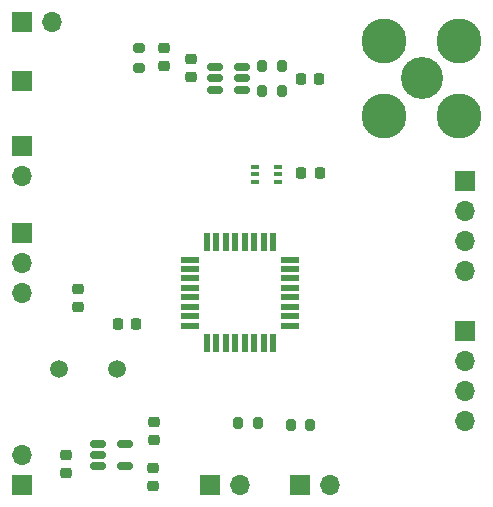
<source format=gbr>
%TF.GenerationSoftware,KiCad,Pcbnew,7.0.8-7.0.8~ubuntu22.04.1*%
%TF.CreationDate,2023-11-09T22:33:03+02:00*%
%TF.ProjectId,elepajaradio,656c6570-616a-4617-9261-64696f2e6b69,rev?*%
%TF.SameCoordinates,Original*%
%TF.FileFunction,Soldermask,Top*%
%TF.FilePolarity,Negative*%
%FSLAX46Y46*%
G04 Gerber Fmt 4.6, Leading zero omitted, Abs format (unit mm)*
G04 Created by KiCad (PCBNEW 7.0.8-7.0.8~ubuntu22.04.1) date 2023-11-09 22:33:03*
%MOMM*%
%LPD*%
G01*
G04 APERTURE LIST*
G04 Aperture macros list*
%AMRoundRect*
0 Rectangle with rounded corners*
0 $1 Rounding radius*
0 $2 $3 $4 $5 $6 $7 $8 $9 X,Y pos of 4 corners*
0 Add a 4 corners polygon primitive as box body*
4,1,4,$2,$3,$4,$5,$6,$7,$8,$9,$2,$3,0*
0 Add four circle primitives for the rounded corners*
1,1,$1+$1,$2,$3*
1,1,$1+$1,$4,$5*
1,1,$1+$1,$6,$7*
1,1,$1+$1,$8,$9*
0 Add four rect primitives between the rounded corners*
20,1,$1+$1,$2,$3,$4,$5,0*
20,1,$1+$1,$4,$5,$6,$7,0*
20,1,$1+$1,$6,$7,$8,$9,0*
20,1,$1+$1,$8,$9,$2,$3,0*%
G04 Aperture macros list end*
%ADD10RoundRect,0.225000X-0.225000X-0.250000X0.225000X-0.250000X0.225000X0.250000X-0.225000X0.250000X0*%
%ADD11RoundRect,0.225000X0.250000X-0.225000X0.250000X0.225000X-0.250000X0.225000X-0.250000X-0.225000X0*%
%ADD12RoundRect,0.200000X-0.200000X-0.275000X0.200000X-0.275000X0.200000X0.275000X-0.200000X0.275000X0*%
%ADD13C,3.556000*%
%ADD14C,3.810000*%
%ADD15RoundRect,0.200000X-0.275000X0.200000X-0.275000X-0.200000X0.275000X-0.200000X0.275000X0.200000X0*%
%ADD16RoundRect,0.225000X-0.250000X0.225000X-0.250000X-0.225000X0.250000X-0.225000X0.250000X0.225000X0*%
%ADD17R,1.700000X1.700000*%
%ADD18O,1.700000X1.700000*%
%ADD19C,1.500000*%
%ADD20RoundRect,0.150000X-0.512500X-0.150000X0.512500X-0.150000X0.512500X0.150000X-0.512500X0.150000X0*%
%ADD21R,0.650000X0.400000*%
%ADD22RoundRect,0.200000X0.200000X0.275000X-0.200000X0.275000X-0.200000X-0.275000X0.200000X-0.275000X0*%
%ADD23RoundRect,0.225000X0.225000X0.250000X-0.225000X0.250000X-0.225000X-0.250000X0.225000X-0.250000X0*%
%ADD24R,1.600000X0.550000*%
%ADD25R,0.550000X1.600000*%
%ADD26RoundRect,0.218750X0.256250X-0.218750X0.256250X0.218750X-0.256250X0.218750X-0.256250X-0.218750X0*%
G04 APERTURE END LIST*
D10*
%TO.C,C8*%
X148675000Y-87850000D03*
X150225000Y-87850000D03*
%TD*%
D11*
%TO.C,C2*%
X129780000Y-99195000D03*
X129780000Y-97645000D03*
%TD*%
D12*
%TO.C,R3*%
X143310000Y-109010000D03*
X144960000Y-109010000D03*
%TD*%
D13*
%TO.C,AE1*%
X158870000Y-79810000D03*
D14*
X162045000Y-82985000D03*
X162045000Y-76635000D03*
X155695000Y-82985000D03*
X155695000Y-76635000D03*
%TD*%
D15*
%TO.C,R5*%
X134925649Y-77264165D03*
X134925649Y-78914165D03*
%TD*%
D16*
%TO.C,C5*%
X136137119Y-112788400D03*
X136137119Y-114338400D03*
%TD*%
D17*
%TO.C,SW2*%
X140970000Y-114230000D03*
D18*
X143510000Y-114230000D03*
%TD*%
D17*
%TO.C,J4*%
X125000000Y-80000000D03*
%TD*%
%TO.C,SW3*%
X148590000Y-114230000D03*
D18*
X151130000Y-114230000D03*
%TD*%
D11*
%TO.C,C3*%
X128750918Y-113233408D03*
X128750918Y-111683408D03*
%TD*%
D19*
%TO.C,Y1*%
X133050000Y-104450000D03*
X128150000Y-104450000D03*
%TD*%
D17*
%TO.C,J1*%
X162500000Y-101190000D03*
D18*
X162500000Y-103730000D03*
X162500000Y-106270000D03*
X162500000Y-108810000D03*
%TD*%
D20*
%TO.C,U4*%
X131482500Y-110740000D03*
X131482500Y-111690000D03*
X131482500Y-112640000D03*
X133757500Y-112640000D03*
X133757500Y-110740000D03*
%TD*%
D11*
%TO.C,C4*%
X136158007Y-110431205D03*
X136158007Y-108881205D03*
%TD*%
D21*
%TO.C,U5*%
X146680000Y-87300000D03*
X146680000Y-87950000D03*
X146680000Y-88600000D03*
X144780000Y-88600000D03*
X144780000Y-87950000D03*
X144780000Y-87300000D03*
%TD*%
D17*
%TO.C,MK1*%
X125000000Y-75000000D03*
D18*
X127540000Y-75000000D03*
%TD*%
D22*
%TO.C,R4*%
X147015000Y-78750000D03*
X145365000Y-78750000D03*
%TD*%
D17*
%TO.C,SW1*%
X125000000Y-92915000D03*
D18*
X125000000Y-95455000D03*
X125000000Y-97995000D03*
%TD*%
D17*
%TO.C,J3*%
X125000000Y-114230000D03*
D18*
X125000000Y-111690000D03*
%TD*%
D20*
%TO.C,U1*%
X141395000Y-78870000D03*
X141395000Y-79820000D03*
X141395000Y-80770000D03*
X143670000Y-80770000D03*
X143670000Y-79820000D03*
X143670000Y-78870000D03*
%TD*%
D22*
%TO.C,R1*%
X146995000Y-80890000D03*
X145345000Y-80890000D03*
%TD*%
D17*
%TO.C,J2*%
X125000000Y-85525000D03*
D18*
X125000000Y-88065000D03*
%TD*%
D10*
%TO.C,C1*%
X133125000Y-100650000D03*
X134675000Y-100650000D03*
%TD*%
D17*
%TO.C,U2*%
X162500000Y-88490000D03*
D18*
X162500000Y-91030000D03*
X162500000Y-93570000D03*
X162500000Y-96110000D03*
%TD*%
D23*
%TO.C,C7*%
X150184156Y-79840000D03*
X148634156Y-79840000D03*
%TD*%
D24*
%TO.C,U3*%
X139230000Y-95150000D03*
X139230000Y-95950000D03*
X139230000Y-96750000D03*
X139230000Y-97550000D03*
X139230000Y-98350000D03*
X139230000Y-99150000D03*
X139230000Y-99950000D03*
X139230000Y-100750000D03*
D25*
X140680000Y-102200000D03*
X141480000Y-102200000D03*
X142280000Y-102200000D03*
X143080000Y-102200000D03*
X143880000Y-102200000D03*
X144680000Y-102200000D03*
X145480000Y-102200000D03*
X146280000Y-102200000D03*
D24*
X147730000Y-100750000D03*
X147730000Y-99950000D03*
X147730000Y-99150000D03*
X147730000Y-98350000D03*
X147730000Y-97550000D03*
X147730000Y-96750000D03*
X147730000Y-95950000D03*
X147730000Y-95150000D03*
D25*
X146280000Y-93700000D03*
X145480000Y-93700000D03*
X144680000Y-93700000D03*
X143880000Y-93700000D03*
X143080000Y-93700000D03*
X142280000Y-93700000D03*
X141480000Y-93700000D03*
X140680000Y-93700000D03*
%TD*%
D16*
%TO.C,C6*%
X137000000Y-77250000D03*
X137000000Y-78800000D03*
%TD*%
D22*
%TO.C,R2*%
X149415000Y-109150000D03*
X147765000Y-109150000D03*
%TD*%
D26*
%TO.C,L1*%
X139284156Y-79728576D03*
X139284156Y-78153576D03*
%TD*%
M02*

</source>
